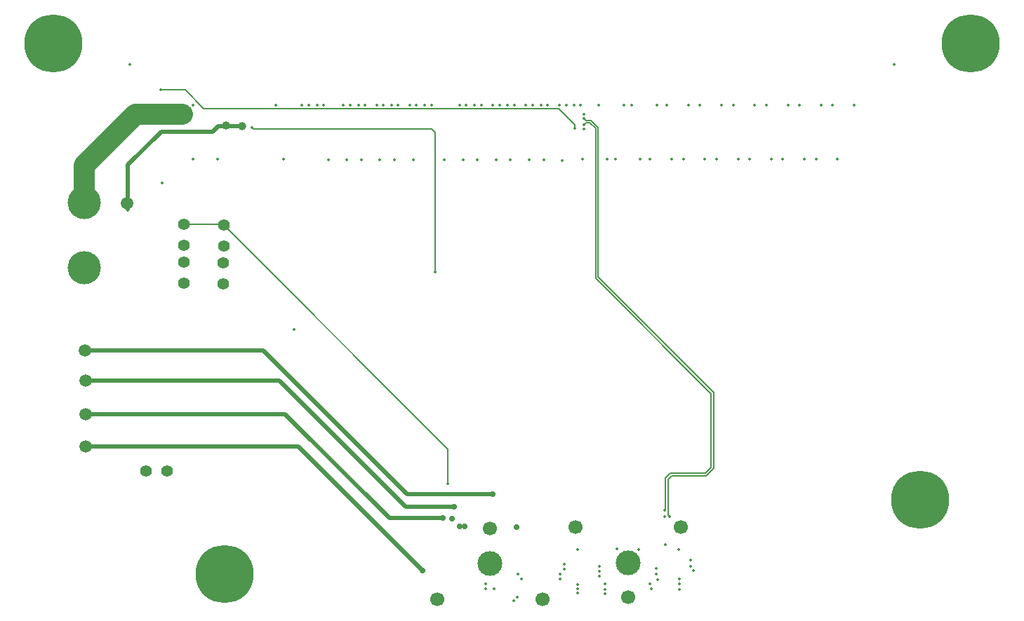
<source format=gbr>
%TF.GenerationSoftware,KiCad,Pcbnew,8.0.8*%
%TF.CreationDate,2025-08-06T16:05:48-04:00*%
%TF.ProjectId,pcie,70636965-2e6b-4696-9361-645f70636258,rev?*%
%TF.SameCoordinates,Original*%
%TF.FileFunction,Copper,L4,Bot*%
%TF.FilePolarity,Positive*%
%FSLAX46Y46*%
G04 Gerber Fmt 4.6, Leading zero omitted, Abs format (unit mm)*
G04 Created by KiCad (PCBNEW 8.0.8) date 2025-08-06 16:05:48*
%MOMM*%
%LPD*%
G01*
G04 APERTURE LIST*
%TA.AperFunction,ComponentPad*%
%ADD10C,7.000000*%
%TD*%
%TA.AperFunction,ComponentPad*%
%ADD11C,1.400000*%
%TD*%
%TA.AperFunction,ComponentPad*%
%ADD12C,1.500000*%
%TD*%
%TA.AperFunction,ComponentPad*%
%ADD13C,4.000000*%
%TD*%
%TA.AperFunction,ComponentPad*%
%ADD14C,1.700000*%
%TD*%
%TA.AperFunction,ComponentPad*%
%ADD15C,3.000000*%
%TD*%
%TA.AperFunction,ViaPad*%
%ADD16C,0.350000*%
%TD*%
%TA.AperFunction,ViaPad*%
%ADD17C,0.700000*%
%TD*%
%TA.AperFunction,ViaPad*%
%ADD18C,1.000000*%
%TD*%
%TA.AperFunction,Conductor*%
%ADD19C,0.500000*%
%TD*%
%TA.AperFunction,Conductor*%
%ADD20C,0.150000*%
%TD*%
%TA.AperFunction,Conductor*%
%ADD21C,2.500000*%
%TD*%
G04 APERTURE END LIST*
D10*
%TO.P,,1*%
%TO.N,GND*%
X234540000Y-85100000D03*
%TD*%
%TO.P,,1*%
%TO.N,GND*%
X240640000Y-30000000D03*
%TD*%
%TO.P,,1*%
%TO.N,GND*%
X130000000Y-30000000D03*
%TD*%
%TO.P,REF\u002A\u002A,1*%
%TO.N,GND*%
X150640000Y-94100000D03*
%TD*%
D11*
%TO.P,REF\u002A\u002A,1*%
%TO.N,unconnected-(J1-PWR_GOOD-PadPL1)*%
X141180000Y-81650000D03*
%TO.P,REF\u002A\u002A,2*%
%TO.N,unconnected-(J1-PWR_EN-PadPK2)*%
X143720000Y-81650000D03*
%TD*%
%TO.P,REF\u002A\u002A,1*%
%TO.N,unconnected-(J1-12V_FAN-PadPL4)*%
X150525000Y-51910000D03*
%TO.P,REF\u002A\u002A,2*%
%TO.N,unconnected-(J1-FAN1_PWM-PadPK5)*%
X150525000Y-54450000D03*
%TD*%
%TO.P,REF\u002A\u002A,1*%
%TO.N,unconnected-(J1-FAN1_SPEED-PadPJ2)*%
X150520000Y-56490000D03*
%TO.P,REF\u002A\u002A,2*%
%TO.N,GND*%
X150520000Y-59030000D03*
%TD*%
%TO.P,REF\u002A\u002A,1*%
%TO.N,unconnected-(J1-FAN0_SPEED-PadPH2)*%
X145720000Y-56385000D03*
%TO.P,REF\u002A\u002A,2*%
%TO.N,GND*%
X145720000Y-58925000D03*
%TD*%
%TO.P,REF\u002A\u002A,1*%
%TO.N,unconnected-(J1-12V_FAN-PadPL4)*%
X145725000Y-51805000D03*
%TO.P,REF\u002A\u002A,2*%
%TO.N,unconnected-(J1-FAN0_PWM-PadPL5)*%
X145725000Y-54345000D03*
%TD*%
D12*
%TO.P,REF\u002A\u002A,1*%
%TO.N,Net-(J1-VADP_GPU-PadPA1)*%
X133825000Y-67075000D03*
%TD*%
%TO.P,REF\u002A\u002A,1*%
%TO.N,VIN*%
X133925000Y-74775000D03*
%TD*%
%TO.P,REF\u002A\u002A,1*%
%TO.N,+5V*%
X133875000Y-78625000D03*
%TD*%
%TO.P,REF\u002A\u002A,1*%
%TO.N,+3.3V ALW*%
X133875000Y-70675000D03*
%TD*%
D13*
%TO.P,REF\u002A\u002A,1*%
%TO.N,GND*%
X133750000Y-57100000D03*
%TD*%
D12*
%TO.P,REF\u002A\u002A,1*%
%TO.N,+3.3V*%
X138900000Y-49300000D03*
%TD*%
D13*
%TO.P,REF\u002A\u002A,1*%
%TO.N,+12V*%
X133750000Y-49200000D03*
%TD*%
D14*
%TO.P,J1,GND,GND*%
%TO.N,GND*%
X205680000Y-88370000D03*
X199300000Y-96840000D03*
D15*
X199300000Y-92750000D03*
D14*
X192960000Y-88390000D03*
X189020000Y-97080000D03*
D15*
X182640000Y-92760000D03*
D14*
X182640000Y-88560000D03*
X176300000Y-97100000D03*
%TD*%
D16*
%TO.N,unconnected-(J1-PWR_EN-PadPK2)*%
X186000000Y-96825000D03*
%TO.N,unconnected-(J1-PWR_GOOD-PadPL1)*%
X185525000Y-97250000D03*
%TO.N,unconnected-(J1-FAN1_PWM-PadPK5)*%
X159000000Y-64500000D03*
%TO.N,unconnected-(J1-12V_FAN-PadPL4)*%
X177600000Y-83100000D03*
D17*
%TO.N,Net-(J1-VADP_GPU-PadPA1)*%
X183030000Y-84450000D03*
%TO.N,+3.3V ALW*%
X178330000Y-85950000D03*
%TO.N,+5V*%
X174560000Y-93660000D03*
D16*
%TO.N,unconnected-(J1-FAN0_PWM-PadPL5)*%
X182170000Y-95880000D03*
%TO.N,unconnected-(J1-FAN1_PWM-PadPK5)*%
X182180000Y-95280000D03*
%TO.N,unconnected-(J1-12V_FAN-PadPL4)*%
X183175000Y-95875000D03*
%TO.N,unconnected-(J1-FAN1_SPEED-PadPJ2)*%
X186480000Y-94680000D03*
%TO.N,unconnected-(J1-FAN0_SPEED-PadPH2)*%
X186045000Y-94073682D03*
%TO.N,GND*%
X203820000Y-90470000D03*
D18*
%TO.N,+12V*%
X144800000Y-39100000D03*
X145800000Y-39100000D03*
X145800000Y-38100000D03*
X144800000Y-38100000D03*
D16*
%TO.N,GND*%
X139200000Y-32500000D03*
X231400000Y-32500000D03*
%TO.N,PRSNT*%
X192900000Y-40200000D03*
X142950000Y-35600000D03*
%TO.N,PERST_RST*%
X153950000Y-40150000D03*
X176050000Y-57550000D03*
D17*
%TO.N,VIN*%
X177000000Y-87325000D03*
X178120000Y-87350000D03*
%TO.N,GND*%
X185900000Y-88350000D03*
X179000000Y-88300000D03*
X179650000Y-88300000D03*
D16*
X197950000Y-91050000D03*
X203750000Y-87100000D03*
%TO.N,REFCLK+*%
X203750000Y-86400000D03*
%TO.N,REFCLK-*%
X204300000Y-87100000D03*
%TO.N,GND*%
X194000000Y-38500000D03*
X194000000Y-40300003D03*
%TO.N,REFCLK-*%
X194000000Y-39000000D03*
%TO.N,REFCLK+*%
X194000000Y-39800000D03*
D18*
%TO.N,+3.3V*%
X152800000Y-39950000D03*
X150800000Y-39900000D03*
D16*
%TO.N,GND*%
X143100000Y-46850000D03*
X146800000Y-37450000D03*
X146800000Y-43950000D03*
X149800000Y-43950000D03*
X157800000Y-43950000D03*
X156800000Y-37450000D03*
X193200000Y-91070000D03*
X205420000Y-91070000D03*
X202850000Y-94700000D03*
X214600000Y-37400000D03*
X224000000Y-37400000D03*
X177150000Y-44000000D03*
X171150000Y-44000000D03*
X185600000Y-37400000D03*
X226600000Y-37400000D03*
X216600000Y-43900000D03*
X210600000Y-37400000D03*
X167600000Y-37400000D03*
X222000000Y-43900000D03*
X208600000Y-43900000D03*
X206850000Y-92350000D03*
X179000000Y-37400000D03*
X195891481Y-94307168D03*
X214000000Y-43900000D03*
X189150000Y-44000000D03*
X196800000Y-43950000D03*
X199800000Y-37450000D03*
X169400000Y-44000000D03*
X167150000Y-44000000D03*
X222600000Y-37400000D03*
X173400000Y-44000000D03*
X191000000Y-37400000D03*
X198800000Y-37450000D03*
X183400000Y-44000000D03*
X187000000Y-37400000D03*
X196550000Y-96400000D03*
X163150000Y-44000000D03*
X218600000Y-37400000D03*
X193800000Y-43950000D03*
X189600000Y-37400000D03*
X187400000Y-44000000D03*
X195800000Y-37450000D03*
X160000000Y-37400000D03*
X185150000Y-44000000D03*
X200800000Y-43950000D03*
X220600000Y-43900000D03*
X193600000Y-37400000D03*
X169000000Y-37400000D03*
X208000000Y-37400000D03*
X162600000Y-37400000D03*
X202000000Y-43900000D03*
X165400000Y-44000000D03*
X216000000Y-37400000D03*
X173000000Y-37400000D03*
X212600000Y-43900000D03*
X210000000Y-43900000D03*
X179400000Y-44000000D03*
X205500000Y-94668876D03*
X212000000Y-37400000D03*
X183000000Y-37400000D03*
X181600000Y-37400000D03*
X191650000Y-92900000D03*
X206600000Y-37400000D03*
X191150000Y-94650000D03*
X204000000Y-37400000D03*
X206000000Y-43900000D03*
X202800000Y-37450000D03*
X193200000Y-96350000D03*
X165000000Y-37400000D03*
X224600000Y-43900000D03*
X218000000Y-43900000D03*
X181150000Y-44000000D03*
X220000000Y-37400000D03*
X175600000Y-37400000D03*
X171600000Y-37400000D03*
X197800000Y-43950000D03*
X191350000Y-44100000D03*
X204600000Y-43900000D03*
%TO.N,H_RX5N*%
X202700000Y-94070000D03*
X184800000Y-37400000D03*
%TO.N,H_RX4N*%
X202150000Y-95850000D03*
X180800000Y-37400000D03*
%TO.N,H_RX7N*%
X207250000Y-93650000D03*
X192850000Y-37400000D03*
%TO.N,H_RX3P*%
X173800000Y-37400000D03*
X196550000Y-95900000D03*
%TO.N,H_RX7P*%
X206850000Y-93100000D03*
X191850000Y-37400000D03*
%TO.N,H_RX5P*%
X202700000Y-93400003D03*
X183800000Y-37400000D03*
%TO.N,H_RX4P*%
X202000000Y-95270000D03*
X179800000Y-37400000D03*
%TO.N,H_RX0P*%
X191125372Y-94026097D03*
X160800000Y-37400000D03*
%TO.N,H_RX6P*%
X205500000Y-95250000D03*
X187800000Y-37400000D03*
%TO.N,H_RX1N*%
X193200000Y-95300000D03*
X166800000Y-37400000D03*
%TO.N,H_RX3N*%
X174800000Y-37400000D03*
X196550000Y-95250000D03*
%TO.N,H_RX0N*%
X161800000Y-37400000D03*
X191653973Y-93494040D03*
%TO.N,H_RX2P*%
X195900000Y-93746101D03*
X169800000Y-37400000D03*
%TO.N,H_RX1P*%
X165800000Y-37400000D03*
X193200000Y-95850000D03*
%TO.N,H_RX6N*%
X188800000Y-37400000D03*
X205500000Y-95900000D03*
%TO.N,H_RX2N*%
X170800000Y-37400000D03*
X195900000Y-93154105D03*
%TO.N,GND*%
X200630000Y-91070000D03*
%TD*%
D19*
%TO.N,VIN*%
X157975000Y-74775000D02*
X133925000Y-74775000D01*
X177000000Y-87325000D02*
X170525000Y-87325000D01*
X170525000Y-87325000D02*
X157975000Y-74775000D01*
%TO.N,Net-(J1-VADP_GPU-PadPA1)*%
X155295000Y-67075000D02*
X149015000Y-67075000D01*
X183030000Y-84450000D02*
X172670000Y-84450000D01*
X172670000Y-84450000D02*
X155295000Y-67075000D01*
%TO.N,+3.3V ALW*%
X157250000Y-70675000D02*
X150145000Y-70675000D01*
X172525000Y-85950000D02*
X157250000Y-70675000D01*
X178330000Y-85950000D02*
X172525000Y-85950000D01*
%TO.N,+5V*%
X159555000Y-78655000D02*
X153275000Y-78655000D01*
X174560000Y-93660000D02*
X159555000Y-78655000D01*
D20*
%TO.N,unconnected-(J1-12V_FAN-PadPL4)*%
X177575000Y-83075000D02*
X177575000Y-78960000D01*
X177600000Y-83100000D02*
X177575000Y-83075000D01*
X177575000Y-78960000D02*
X150525000Y-51910000D01*
X150060000Y-51805000D02*
X145725000Y-51805000D01*
X150165000Y-51910000D02*
X150060000Y-51805000D01*
X150525000Y-51910000D02*
X150165000Y-51910000D01*
D19*
%TO.N,Net-(J1-VADP_GPU-PadPA1)*%
X149015000Y-67075000D02*
X133825000Y-67075000D01*
X183060661Y-84450000D02*
X183030000Y-84450000D01*
%TO.N,+3.3V ALW*%
X150145000Y-70675000D02*
X133875000Y-70675000D01*
X178360661Y-85950000D02*
X178330000Y-85950000D01*
%TO.N,+5V*%
X153275000Y-78655000D02*
X133905000Y-78655000D01*
%TO.N,+3.3V*%
X138950000Y-44650000D02*
X138950000Y-50050000D01*
X149200000Y-40600000D02*
X143000000Y-40600000D01*
X143000000Y-40600000D02*
X138950000Y-44650000D01*
X149850000Y-39950000D02*
X149200000Y-40600000D01*
X152800000Y-39950000D02*
X149850000Y-39950000D01*
D21*
%TO.N,+12V*%
X133750000Y-44700000D02*
X133750000Y-49200000D01*
X145550000Y-38550000D02*
X139900000Y-38550000D01*
X139900000Y-38550000D02*
X133750000Y-44700000D01*
D20*
%TO.N,PRSNT*%
X192900000Y-39800000D02*
X192900000Y-40200000D01*
X190950000Y-37850000D02*
X192900000Y-39800000D01*
X145900000Y-35600000D02*
X148150000Y-37850000D01*
X148150000Y-37850000D02*
X190950000Y-37850000D01*
X142950000Y-35600000D02*
X145900000Y-35600000D01*
%TO.N,PERST_RST*%
X175650000Y-40300000D02*
X176050000Y-40700000D01*
X176050000Y-40700000D02*
X176050000Y-57550000D01*
X153950000Y-40150000D02*
X154100000Y-40300000D01*
X154100000Y-40300000D02*
X175650000Y-40300000D01*
%TO.N,REFCLK+*%
X194700000Y-39550000D02*
X194250000Y-39550000D01*
X195400000Y-40250000D02*
X194700000Y-39550000D01*
X195400000Y-58350000D02*
X195400000Y-40250000D01*
X209350000Y-72300000D02*
X195400000Y-58350000D01*
X194250000Y-39550000D02*
X194000000Y-39800000D01*
X208625736Y-81900000D02*
X209350000Y-81175736D01*
X209350000Y-81175736D02*
X209350000Y-72300000D01*
X204450000Y-81900000D02*
X208625736Y-81900000D01*
X203850000Y-82500000D02*
X204450000Y-81900000D01*
X203750000Y-86400000D02*
X203850000Y-86300000D01*
X203850000Y-86300000D02*
X203850000Y-82500000D01*
%TO.N,REFCLK-*%
X204150000Y-86950000D02*
X204300000Y-87100000D01*
X204150000Y-82624264D02*
X204150000Y-86950000D01*
X204574264Y-82200000D02*
X204150000Y-82624264D01*
X208750000Y-82200000D02*
X204574264Y-82200000D01*
X209650000Y-81300000D02*
X208750000Y-82200000D01*
X195700000Y-40125736D02*
X195700000Y-58200000D01*
X195700000Y-58200000D02*
X209650000Y-72150000D01*
X194824264Y-39250000D02*
X195700000Y-40125736D01*
X209650000Y-72150000D02*
X209650000Y-81300000D01*
X194250000Y-39250000D02*
X194824264Y-39250000D01*
X194000000Y-39000000D02*
X194250000Y-39250000D01*
%TD*%
M02*

</source>
